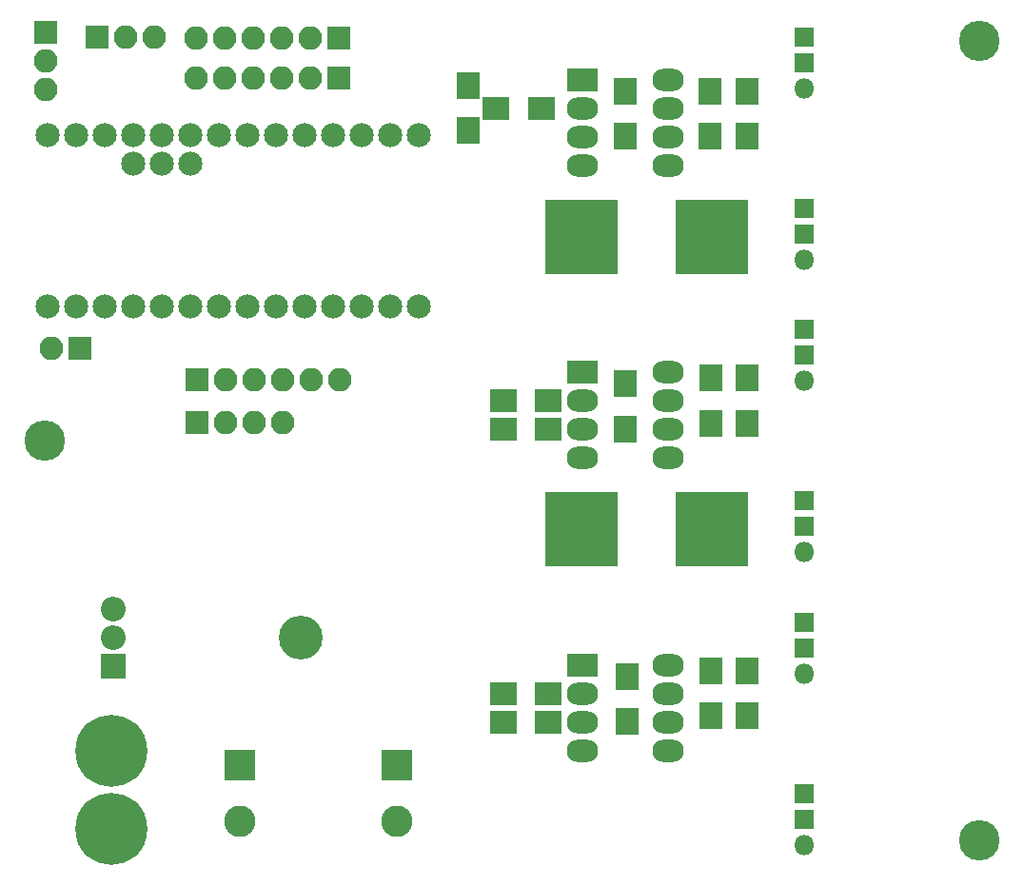
<source format=gbr>
G04 #@! TF.FileFunction,Soldermask,Bot*
%FSLAX46Y46*%
G04 Gerber Fmt 4.6, Leading zero omitted, Abs format (unit mm)*
G04 Created by KiCad (PCBNEW 4.0.4-stable) date 07/19/17 16:13:46*
%MOMM*%
%LPD*%
G01*
G04 APERTURE LIST*
%ADD10C,0.100000*%
%ADD11C,2.150000*%
%ADD12R,2.800000X2.000000*%
%ADD13O,2.800000X2.000000*%
%ADD14R,2.000000X2.400000*%
%ADD15C,6.399480*%
%ADD16R,2.400000X2.100000*%
%ADD17R,2.100000X2.400000*%
%ADD18R,6.400000X6.600000*%
%ADD19O,3.900000X3.900000*%
%ADD20R,2.200000X2.200000*%
%ADD21O,2.200000X2.200000*%
%ADD22R,1.800000X1.800000*%
%ADD23O,1.800000X1.800000*%
%ADD24R,2.800000X2.800000*%
%ADD25C,2.800000*%
%ADD26R,2.100000X2.100000*%
%ADD27O,2.100000X2.100000*%
%ADD28C,3.600000*%
G04 APERTURE END LIST*
D10*
D11*
X16764000Y64008000D03*
X14224000Y64008000D03*
X11684000Y64008000D03*
X6604000Y51308000D03*
X9144000Y51308000D03*
X11684000Y51308000D03*
X14224000Y51308000D03*
X16764000Y51308000D03*
X19304000Y51308000D03*
X21844000Y51308000D03*
X24384000Y51308000D03*
X26924000Y51308000D03*
X29464000Y51308000D03*
X32004000Y51308000D03*
X34544000Y51308000D03*
X37084000Y51308000D03*
X37084000Y66548000D03*
X34544000Y66548000D03*
X32004000Y66548000D03*
X29464000Y66548000D03*
X26924000Y66548000D03*
X24384000Y66548000D03*
X21844000Y66548000D03*
X19304000Y66548000D03*
X16764000Y66548000D03*
X14224000Y66548000D03*
X11684000Y66548000D03*
X9144000Y66548000D03*
X6604000Y66548000D03*
X4064000Y66548000D03*
X4064000Y51308000D03*
D12*
X51689000Y71501000D03*
D13*
X59309000Y63881000D03*
X51689000Y68961000D03*
X59309000Y66421000D03*
X51689000Y66421000D03*
X59309000Y68961000D03*
X51689000Y63881000D03*
X59309000Y71501000D03*
D14*
X62992000Y66453000D03*
X62992000Y70453000D03*
X55499000Y66453000D03*
X55499000Y70453000D03*
X63119000Y40926000D03*
X63119000Y44926000D03*
X66294000Y40926000D03*
X66294000Y44926000D03*
X66294000Y14891000D03*
X66294000Y18891000D03*
X63119000Y14891000D03*
X63119000Y18891000D03*
D15*
X9779000Y4826000D03*
X9779000Y11811000D03*
D16*
X47974000Y68961000D03*
X43974000Y68961000D03*
D17*
X41529000Y66961000D03*
X41529000Y70961000D03*
D16*
X48609000Y42926000D03*
X44609000Y42926000D03*
X48609000Y40386000D03*
X44609000Y40386000D03*
X48609000Y16891000D03*
X44609000Y16891000D03*
X48609000Y14351000D03*
X44609000Y14351000D03*
D18*
X63204000Y57531000D03*
X51604000Y57531000D03*
D19*
X26566000Y21844000D03*
D20*
X9906000Y19304000D03*
D21*
X9906000Y21844000D03*
X9906000Y24384000D03*
D22*
X71374000Y49276000D03*
X71374000Y46976000D03*
D23*
X71374000Y44676000D03*
D22*
X71374000Y75311000D03*
X71374000Y73011000D03*
D23*
X71374000Y70711000D03*
D22*
X71374000Y34036000D03*
X71374000Y31736000D03*
D23*
X71374000Y29436000D03*
D22*
X71374000Y23241000D03*
X71374000Y20941000D03*
D23*
X71374000Y18641000D03*
D22*
X71374000Y8001000D03*
X71374000Y5701000D03*
D23*
X71374000Y3401000D03*
D18*
X63204000Y31496000D03*
X51604000Y31496000D03*
D12*
X51689000Y45466000D03*
D13*
X59309000Y37846000D03*
X51689000Y42926000D03*
X59309000Y40386000D03*
X51689000Y40386000D03*
X59309000Y42926000D03*
X51689000Y37846000D03*
X59309000Y45466000D03*
D12*
X51689000Y19431000D03*
D13*
X59309000Y11811000D03*
X51689000Y16891000D03*
X59309000Y14351000D03*
X51689000Y14351000D03*
X59309000Y16891000D03*
X51689000Y11811000D03*
X59309000Y19431000D03*
D24*
X21209000Y10541000D03*
D25*
X21209000Y5541000D03*
D14*
X66294000Y66453000D03*
X66294000Y70453000D03*
X55499000Y40418000D03*
X55499000Y44418000D03*
X55626000Y14383000D03*
X55626000Y18383000D03*
D26*
X29972000Y75184000D03*
D27*
X27432000Y75184000D03*
X24892000Y75184000D03*
X22352000Y75184000D03*
X19812000Y75184000D03*
X17272000Y75184000D03*
D26*
X29972000Y71628000D03*
D27*
X27432000Y71628000D03*
X24892000Y71628000D03*
X22352000Y71628000D03*
X19812000Y71628000D03*
X17272000Y71628000D03*
D26*
X6985000Y47625000D03*
D27*
X4445000Y47625000D03*
D22*
X71374000Y60071000D03*
X71374000Y57771000D03*
D23*
X71374000Y55471000D03*
D24*
X35179000Y10541000D03*
D25*
X35179000Y5541000D03*
D26*
X8509000Y75311000D03*
D27*
X11049000Y75311000D03*
X13589000Y75311000D03*
D26*
X17399000Y44831000D03*
D27*
X19939000Y44831000D03*
X22479000Y44831000D03*
X25019000Y44831000D03*
X27559000Y44831000D03*
X30099000Y44831000D03*
D26*
X17399000Y41021000D03*
D27*
X19939000Y41021000D03*
X22479000Y41021000D03*
X25019000Y41021000D03*
D26*
X3937000Y75692000D03*
D27*
X3937000Y73152000D03*
X3937000Y70612000D03*
D28*
X86995000Y74930000D03*
X3810000Y39370000D03*
X86995000Y3810000D03*
M02*

</source>
